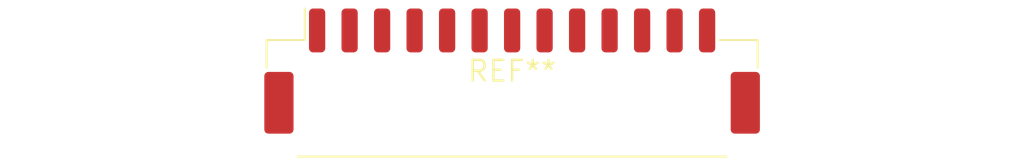
<source format=kicad_pcb>
(kicad_pcb (version 20240108) (generator pcbnew)
  (layers (0 "F.Cu" signal) (31 "B.Cu" signal) (34 "B.Paste" user) (35 "F.Paste" user) (36 "B.SilkS" user "B.Silkscreen") (37 "F.SilkS" user "F.Silkscreen") (38 "B.Mask" user) (39 "F.Mask" user) (44 "Edge.Cuts" user))
  (net 0 "")
  (footprint "Molex_CLIK-Mate_502494-1370_1x13-1MP_P2.00mm_Horizontal" (layer "F.Cu") (at 0 0)
    (property "Reference" "REF**")
    (property "Value" "Molex_CLIK-Mate_502494-1370_1x13-1MP_P2.00mm_Horizontal")
    (fp_line (start -15.11 -1.91) (end -12.76 -1.91) (layer "F.SilkS") (stroke (width 0.12)))
    (fp_line (start -15.11 -0.21) (end -15.11 -1.91) (layer "F.SilkS") (stroke (width 0.12)))
    (fp_line (start -13.19 5.26) (end 13.19 5.26) (layer "F.SilkS") (stroke (width 0.12)))
    (fp_line (start -12.76 -1.91) (end -12.76 -3.85) (layer "F.SilkS") (stroke (width 0.12)))
    (fp_line (start 15.11 -1.91) (end 12.76 -1.91) (layer "F.SilkS") (stroke (width 0.12)))
    (fp_line (start 15.11 -0.21) (end 15.11 -1.91) (layer "F.SilkS") (stroke (width 0.12)))
    (pad "1" smd roundrect (at -12 -2.5) (size 1 2.7) (layers "F.Cu" "F.Paste" "F.Mask"))
    (pad "2" smd roundrect (at -10 -2.5) (size 1 2.7) (layers "F.Cu" "F.Paste" "F.Mask"))
    (pad "3" smd roundrect (at -8 -2.5) (size 1 2.7) (layers "F.Cu" "F.Paste" "F.Mask"))
    (pad "4" smd roundrect (at -6 -2.5) (size 1 2.7) (layers "F.Cu" "F.Paste" "F.Mask"))
    (pad "5" smd roundrect (at -4 -2.5) (size 1 2.7) (layers "F.Cu" "F.Paste" "F.Mask"))
    (pad "6" smd roundrect (at -2 -2.5) (size 1 2.7) (layers "F.Cu" "F.Paste" "F.Mask"))
    (pad "7" smd roundrect (at 0 -2.5) (size 1 2.7) (layers "F.Cu" "F.Paste" "F.Mask"))
    (pad "8" smd roundrect (at 2 -2.5) (size 1 2.7) (layers "F.Cu" "F.Paste" "F.Mask"))
    (pad "9" smd roundrect (at 4 -2.5) (size 1 2.7) (layers "F.Cu" "F.Paste" "F.Mask"))
    (pad "10" smd roundrect (at 6 -2.5) (size 1 2.7) (layers "F.Cu" "F.Paste" "F.Mask"))
    (pad "11" smd roundrect (at 8 -2.5) (size 1 2.7) (layers "F.Cu" "F.Paste" "F.Mask"))
    (pad "12" smd roundrect (at 10 -2.5) (size 1 2.7) (layers "F.Cu" "F.Paste" "F.Mask"))
    (pad "13" smd roundrect (at 12 -2.5) (size 1 2.7) (layers "F.Cu" "F.Paste" "F.Mask"))
    (pad "MP" smd roundrect (at -14.35 1.95) (size 1.8 3.8) (layers "F.Cu" "F.Paste" "F.Mask") (roundrect_rratio 0.138889))
    (pad "MP" smd roundrect (at 14.35 1.95) (size 1.8 3.8) (layers "F.Cu" "F.Paste" "F.Mask") (roundrect_rratio 0.138889))
  )
)
</source>
